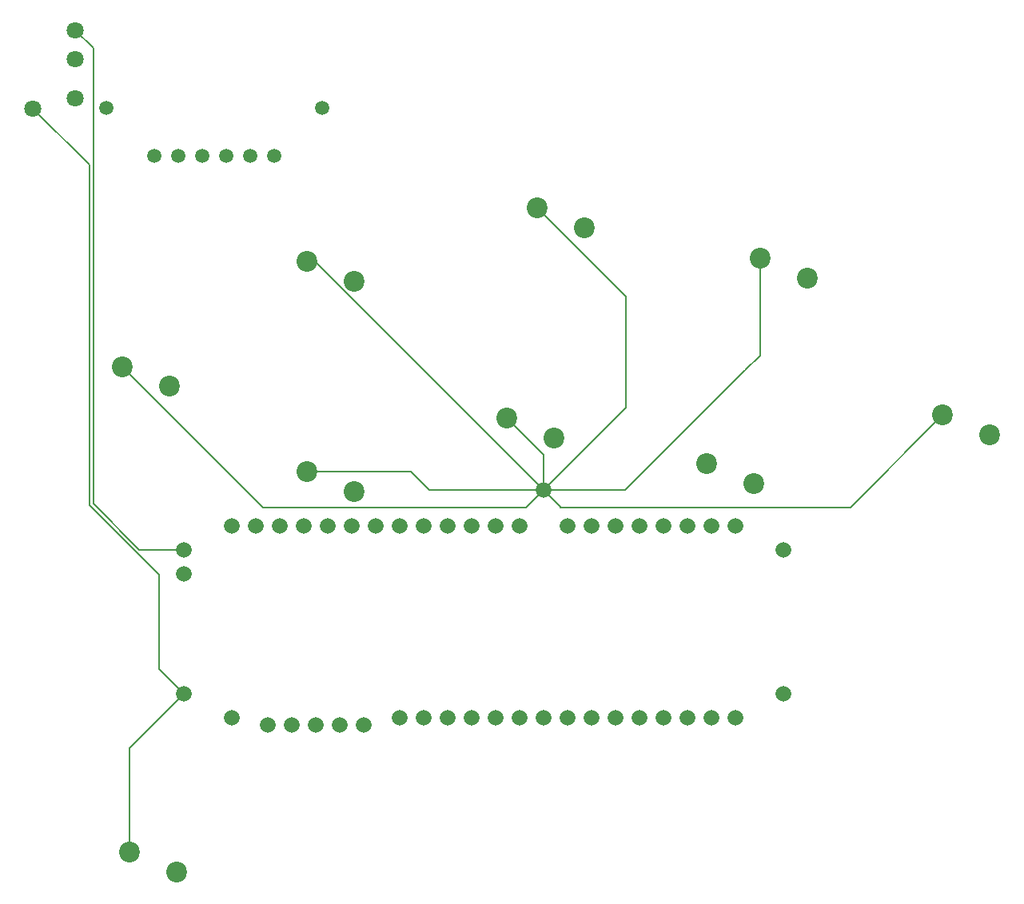
<source format=gbl>
G04 #@! TF.GenerationSoftware,KiCad,Pcbnew,8.0.2*
G04 #@! TF.CreationDate,2024-05-28T17:08:08+09:00*
G04 #@! TF.ProjectId,LLv2_R,4c4c7632-5f52-42e6-9b69-6361645f7063,rev?*
G04 #@! TF.SameCoordinates,Original*
G04 #@! TF.FileFunction,Copper,L2,Bot*
G04 #@! TF.FilePolarity,Positive*
%FSLAX46Y46*%
G04 Gerber Fmt 4.6, Leading zero omitted, Abs format (unit mm)*
G04 Created by KiCad (PCBNEW 8.0.2) date 2024-05-28 17:08:08*
%MOMM*%
%LPD*%
G01*
G04 APERTURE LIST*
G04 #@! TA.AperFunction,ComponentPad*
%ADD10C,2.200000*%
G04 #@! TD*
G04 #@! TA.AperFunction,ComponentPad*
%ADD11C,1.800000*%
G04 #@! TD*
G04 #@! TA.AperFunction,ComponentPad*
%ADD12C,1.665000*%
G04 #@! TD*
G04 #@! TA.AperFunction,ComponentPad*
%ADD13C,1.500000*%
G04 #@! TD*
G04 #@! TA.AperFunction,Conductor*
%ADD14C,0.200000*%
G04 #@! TD*
G04 APERTURE END LIST*
D10*
G04 #@! TO.P,\u00D7,1,1*
G04 #@! TO.N,Net-(Teensy4.1-A7)*
X39811000Y-52083000D03*
G04 #@! TO.P,\u00D7,2,2*
G04 #@! TO.N,Net-(Teensy4.1-GND_4)*
X34811000Y-49983000D03*
G04 #@! TD*
D11*
G04 #@! TO.P,J1,R1*
G04 #@! TO.N,Net-(Teensy4.1-RX2)*
X10250000Y-6300000D03*
G04 #@! TO.P,J1,R2*
G04 #@! TO.N,Net-(Teensy4.1-TX2)*
X10250000Y-10400000D03*
G04 #@! TO.P,J1,S*
G04 #@! TO.N,Net-(Teensy4.1-GND_6)*
X5750000Y-11500000D03*
G04 #@! TO.P,J1,T*
G04 #@! TO.N,Net-(Teensy4.1-VIN_(3.6_TO_5.5_VOLTS))*
X10250000Y-3200000D03*
G04 #@! TD*
D10*
G04 #@! TO.P,\u3007,1,1*
G04 #@! TO.N,Net-(Teensy4.1-SCK)*
X60947000Y-46426000D03*
G04 #@! TO.P,\u3007,2,2*
G04 #@! TO.N,Net-(Teensy4.1-GND_4)*
X55947000Y-44326000D03*
G04 #@! TD*
G04 #@! TO.P,L2,1,1*
G04 #@! TO.N,Net-(Teensy4.1-OUT1C)*
X21000000Y-92400000D03*
G04 #@! TO.P,L2,2,2*
G04 #@! TO.N,Net-(Teensy4.1-GND_6)*
X16000000Y-90300000D03*
G04 #@! TD*
G04 #@! TO.P,\u25B3,1,1*
G04 #@! TO.N,Net-(Teensy4.1-A0)*
X64195000Y-24161000D03*
G04 #@! TO.P,\u25B3,2,2*
G04 #@! TO.N,Net-(Teensy4.1-GND_4)*
X59195000Y-22061000D03*
G04 #@! TD*
D12*
G04 #@! TO.P,Teensy4.1,*
G04 #@! TO.N,*
X26810000Y-76050000D03*
X29350000Y-55730000D03*
X30620000Y-76810000D03*
X38240000Y-76810000D03*
X39510000Y-55730000D03*
X40780000Y-76810000D03*
X42050000Y-55730000D03*
X44590000Y-55730000D03*
X47130000Y-55730000D03*
X49670000Y-55730000D03*
X52210000Y-55730000D03*
X52210000Y-76050000D03*
X54750000Y-76050000D03*
X57290000Y-76050000D03*
X59830000Y-76050000D03*
X62370000Y-55730000D03*
X62370000Y-76050000D03*
X64910000Y-55730000D03*
X64910000Y-76050000D03*
X67450000Y-55730000D03*
X67450000Y-76050000D03*
X69990000Y-55730000D03*
X69990000Y-76050000D03*
X72530000Y-55730000D03*
X72530000Y-76050000D03*
X75070000Y-55730000D03*
X75070000Y-76050000D03*
X77610000Y-76050000D03*
X80150000Y-76050000D03*
X85230000Y-73510000D03*
G04 #@! TO.P,Teensy4.1,7,RX2*
G04 #@! TO.N,Net-(Teensy4.1-RX2)*
X44590000Y-76050000D03*
G04 #@! TO.P,Teensy4.1,8,TX2*
G04 #@! TO.N,Net-(Teensy4.1-TX2)*
X47130000Y-76050000D03*
G04 #@! TO.P,Teensy4.1,9,OUT1C*
G04 #@! TO.N,Net-(Teensy4.1-OUT1C)*
X49670000Y-76050000D03*
G04 #@! TO.P,Teensy4.1,13,SCK*
G04 #@! TO.N,Net-(Teensy4.1-SCK)*
X57290000Y-55730000D03*
G04 #@! TO.P,Teensy4.1,14,A0*
G04 #@! TO.N,Net-(Teensy4.1-A0)*
X54750000Y-55730000D03*
G04 #@! TO.P,Teensy4.1,21,A7*
G04 #@! TO.N,Net-(Teensy4.1-A7)*
X36970000Y-55730000D03*
G04 #@! TO.P,Teensy4.1,22,A8*
G04 #@! TO.N,Net-(Teensy4.1-A8)*
X34430000Y-55730000D03*
G04 #@! TO.P,Teensy4.1,23,A9*
G04 #@! TO.N,Net-(Teensy4.1-A9)*
X31890000Y-55730000D03*
G04 #@! TO.P,Teensy4.1,33,MCLK2*
G04 #@! TO.N,Net-(Teensy4.1-MCLK2)*
X85230000Y-58270000D03*
G04 #@! TO.P,Teensy4.1,34,RX8*
G04 #@! TO.N,Net-(Teensy4.1-RX8)*
X80150000Y-55730000D03*
G04 #@! TO.P,Teensy4.1,35,TX8*
G04 #@! TO.N,Net-(Teensy4.1-TX8)*
X77610000Y-55730000D03*
G04 #@! TO.P,Teensy4.1,50,D+*
G04 #@! TO.N,Net-(4090USBCBreakout1-D+)*
X35700000Y-76810000D03*
G04 #@! TO.P,Teensy4.1,51,D-*
G04 #@! TO.N,Net-(4090USBCBreakout1-D-)*
X33160000Y-76810000D03*
G04 #@! TO.P,Teensy4.1,55,VIN_(3.6_TO_5.5_VOLTS)*
G04 #@! TO.N,Net-(Teensy4.1-VIN_(3.6_TO_5.5_VOLTS))*
X21730000Y-58270000D03*
G04 #@! TO.P,Teensy4.1,68,VUSB*
G04 #@! TO.N,Net-(4090USBCBreakout1-VBUS)*
X21730000Y-60810000D03*
G04 #@! TO.P,Teensy4.1,69,GND_4*
G04 #@! TO.N,Net-(Teensy4.1-GND_4)*
X59830000Y-51920000D03*
G04 #@! TO.P,Teensy4.1,70,GND_5*
G04 #@! TO.N,Net-(4090USBCBreakout1-GND)*
X26810000Y-55730000D03*
G04 #@! TO.P,Teensy4.1,71,GND_6*
G04 #@! TO.N,Net-(Teensy4.1-GND_6)*
X21730000Y-73510000D03*
G04 #@! TD*
D10*
G04 #@! TO.P,R1,1,1*
G04 #@! TO.N,Net-(Teensy4.1-TX8)*
X87743000Y-29484000D03*
G04 #@! TO.P,R1,2,2*
G04 #@! TO.N,Net-(Teensy4.1-GND_4)*
X82743000Y-27384000D03*
G04 #@! TD*
G04 #@! TO.P,R2,1,1*
G04 #@! TO.N,Net-(Teensy4.1-RX8)*
X82110000Y-51267000D03*
G04 #@! TO.P,R2,2,2*
G04 #@! TO.N,Net-(Teensy4.1-GND_4)*
X77110000Y-49167000D03*
G04 #@! TD*
G04 #@! TO.P,R3,1,1*
G04 #@! TO.N,Net-(Teensy4.1-A9)*
X20254000Y-40958000D03*
G04 #@! TO.P,R3,2,2*
G04 #@! TO.N,Net-(Teensy4.1-GND_4)*
X15254000Y-38858000D03*
G04 #@! TD*
G04 #@! TO.P,L1,1,1*
G04 #@! TO.N,Net-(Teensy4.1-MCLK2)*
X107082000Y-46105000D03*
G04 #@! TO.P,L1,2,2*
G04 #@! TO.N,Net-(Teensy4.1-GND_4)*
X102082000Y-44005000D03*
G04 #@! TD*
D13*
G04 #@! TO.P,4090USBCBreakout1,1,CC2*
G04 #@! TO.N,unconnected-(4090USBCBreakout1-CC2-Pad1)*
X13540000Y-11430000D03*
G04 #@! TO.P,4090USBCBreakout1,2,SBU1*
G04 #@! TO.N,unconnected-(4090USBCBreakout1-SBU1-Pad2)*
X18620000Y-16510000D03*
G04 #@! TO.P,4090USBCBreakout1,3,D+*
G04 #@! TO.N,Net-(4090USBCBreakout1-D+)*
X21160000Y-16510000D03*
G04 #@! TO.P,4090USBCBreakout1,4,D-*
G04 #@! TO.N,Net-(4090USBCBreakout1-D-)*
X23700000Y-16510000D03*
G04 #@! TO.P,4090USBCBreakout1,5,CC1*
G04 #@! TO.N,unconnected-(4090USBCBreakout1-CC1-Pad5)*
X26240000Y-16510000D03*
G04 #@! TO.P,4090USBCBreakout1,6,SBU2*
G04 #@! TO.N,unconnected-(4090USBCBreakout1-SBU2-Pad6)*
X28780000Y-16510000D03*
G04 #@! TO.P,4090USBCBreakout1,7,VBUS*
G04 #@! TO.N,Net-(4090USBCBreakout1-VBUS)*
X31320000Y-16510000D03*
G04 #@! TO.P,4090USBCBreakout1,8,GND*
G04 #@! TO.N,Net-(4090USBCBreakout1-GND)*
X36400000Y-11430000D03*
G04 #@! TD*
D10*
G04 #@! TO.P,\u25A1,1,1*
G04 #@! TO.N,Net-(Teensy4.1-A8)*
X39811000Y-29833000D03*
G04 #@! TO.P,\u25A1,2,2*
G04 #@! TO.N,Net-(Teensy4.1-GND_4)*
X34811000Y-27733000D03*
G04 #@! TD*
D14*
G04 #@! TO.N,Net-(Teensy4.1-GND_4)*
X68480000Y-51920000D02*
X70325000Y-50075000D01*
X45800000Y-49983000D02*
X34811000Y-49983000D01*
X92342000Y-53745000D02*
X102082000Y-44005000D01*
X70325000Y-50075000D02*
X81175000Y-39225000D01*
X59830000Y-51920000D02*
X59830000Y-48209000D01*
X59830000Y-51920000D02*
X68480000Y-51920000D01*
X58005000Y-53745000D02*
X59830000Y-51920000D01*
X68550000Y-31416000D02*
X59195000Y-22061000D01*
X59830000Y-48209000D02*
X55947000Y-44326000D01*
X59830000Y-51920000D02*
X35643000Y-27733000D01*
X47737000Y-51920000D02*
X46408500Y-50591500D01*
X61655000Y-53745000D02*
X63800000Y-53745000D01*
X63800000Y-53745000D02*
X92342000Y-53745000D01*
X30141000Y-53745000D02*
X58005000Y-53745000D01*
X34811000Y-28171000D02*
X34811000Y-27733000D01*
X68550000Y-43200000D02*
X68550000Y-42600000D01*
X59830000Y-51920000D02*
X61605000Y-53695000D01*
X82743000Y-37657000D02*
X81175000Y-39225000D01*
X35643000Y-27733000D02*
X34811000Y-27733000D01*
X61605000Y-53695000D02*
X61655000Y-53745000D01*
X59830000Y-51920000D02*
X68550000Y-43200000D01*
X68550000Y-42600000D02*
X68550000Y-31416000D01*
X46408500Y-50591500D02*
X45800000Y-49983000D01*
X15254000Y-38858000D02*
X30141000Y-53745000D01*
X59830000Y-51920000D02*
X47737000Y-51920000D01*
X82743000Y-27384000D02*
X82743000Y-37657000D01*
G04 #@! TO.N,Net-(Teensy4.1-VIN_(3.6_TO_5.5_VOLTS))*
X17015686Y-58270000D02*
X12150000Y-53404314D01*
X21730000Y-58270000D02*
X17015686Y-58270000D01*
X12150000Y-5100000D02*
X10250000Y-3200000D01*
X12150000Y-53404314D02*
X12150000Y-5100000D01*
G04 #@! TO.N,Net-(Teensy4.1-GND_6)*
X11750000Y-17500000D02*
X5750000Y-11500000D01*
X11750000Y-53570000D02*
X11750000Y-17500000D01*
X21730000Y-73510000D02*
X19075000Y-70855000D01*
X16000000Y-79240000D02*
X21730000Y-73510000D01*
X19075000Y-70855000D02*
X19075000Y-60895000D01*
X16000000Y-90300000D02*
X16000000Y-79240000D01*
X19075000Y-60895000D02*
X11750000Y-53570000D01*
G04 #@! TD*
M02*

</source>
